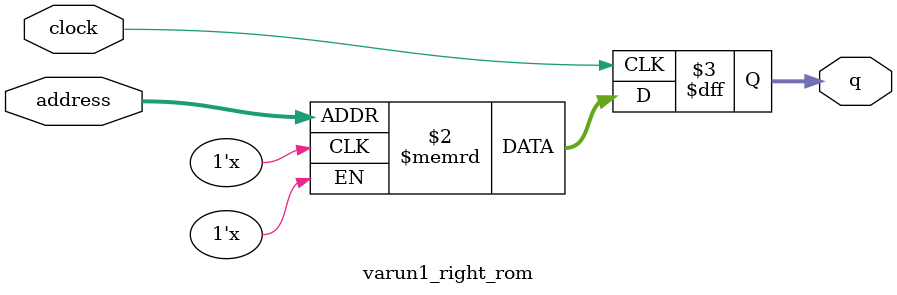
<source format=sv>
module varun1_right_rom (
	input logic clock,
	input logic [11:0] address,
	output logic [8:0] q
);

logic [8:0] memory [0:2149] /* synthesis ram_init_file = "./varun1_right/varun1_right.mif" */;

always_ff @ (posedge clock) begin
	q <= memory[address];
end

endmodule

</source>
